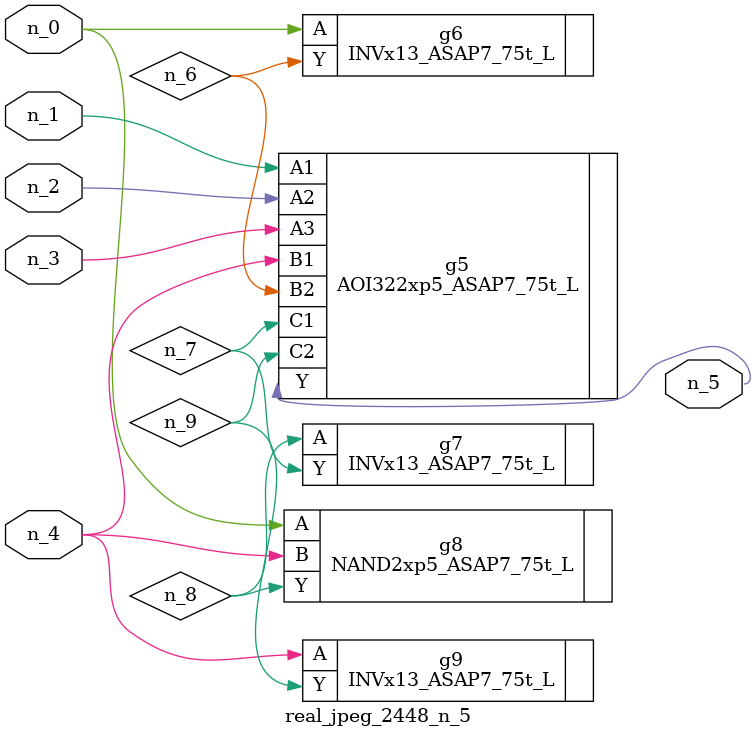
<source format=v>
module real_jpeg_2448_n_5 (n_4, n_0, n_1, n_2, n_3, n_5);

input n_4;
input n_0;
input n_1;
input n_2;
input n_3;

output n_5;

wire n_8;
wire n_6;
wire n_7;
wire n_9;

INVx13_ASAP7_75t_L g6 ( 
.A(n_0),
.Y(n_6)
);

NAND2xp5_ASAP7_75t_L g8 ( 
.A(n_0),
.B(n_4),
.Y(n_8)
);

AOI322xp5_ASAP7_75t_L g5 ( 
.A1(n_1),
.A2(n_2),
.A3(n_3),
.B1(n_4),
.B2(n_6),
.C1(n_7),
.C2(n_9),
.Y(n_5)
);

INVx13_ASAP7_75t_L g9 ( 
.A(n_4),
.Y(n_9)
);

INVx13_ASAP7_75t_L g7 ( 
.A(n_8),
.Y(n_7)
);


endmodule
</source>
